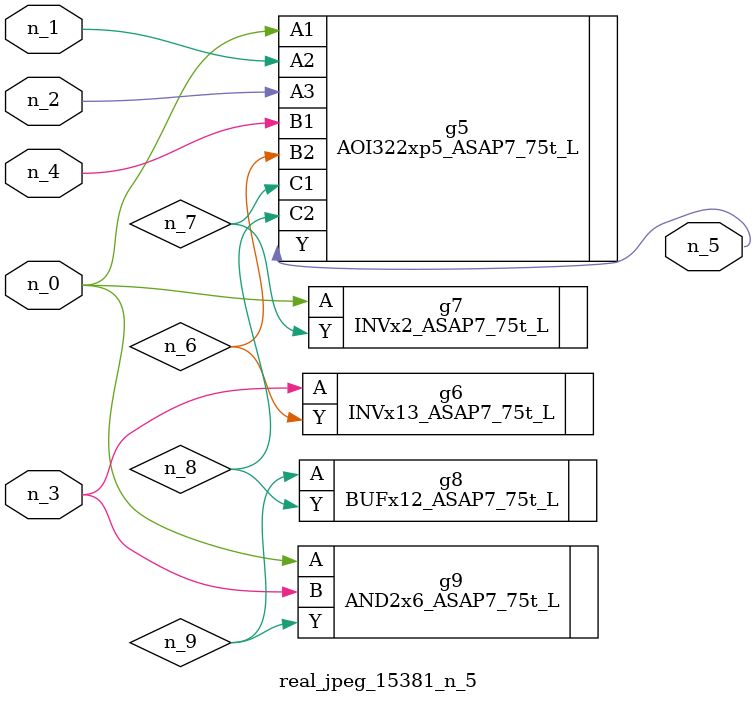
<source format=v>
module real_jpeg_15381_n_5 (n_4, n_0, n_1, n_2, n_3, n_5);

input n_4;
input n_0;
input n_1;
input n_2;
input n_3;

output n_5;

wire n_8;
wire n_6;
wire n_7;
wire n_9;

AOI322xp5_ASAP7_75t_L g5 ( 
.A1(n_0),
.A2(n_1),
.A3(n_2),
.B1(n_4),
.B2(n_6),
.C1(n_7),
.C2(n_8),
.Y(n_5)
);

INVx2_ASAP7_75t_L g7 ( 
.A(n_0),
.Y(n_7)
);

AND2x6_ASAP7_75t_L g9 ( 
.A(n_0),
.B(n_3),
.Y(n_9)
);

INVx13_ASAP7_75t_L g6 ( 
.A(n_3),
.Y(n_6)
);

BUFx12_ASAP7_75t_L g8 ( 
.A(n_9),
.Y(n_8)
);


endmodule
</source>
